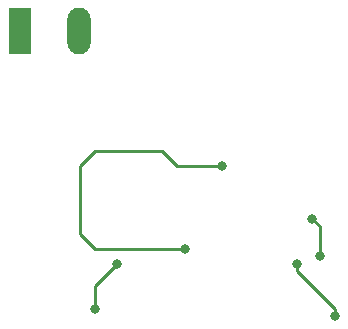
<source format=gbr>
G04 #@! TF.GenerationSoftware,KiCad,Pcbnew,(5.1.0-838-gcbea5149c)*
G04 #@! TF.CreationDate,2019-07-14T10:46:31-04:00*
G04 #@! TF.ProjectId,555BlinkingLED,35353542-6c69-46e6-9b69-6e674c45442e,rev?*
G04 #@! TF.SameCoordinates,Original*
G04 #@! TF.FileFunction,Copper,L2,Bot*
G04 #@! TF.FilePolarity,Positive*
%FSLAX46Y46*%
G04 Gerber Fmt 4.6, Leading zero omitted, Abs format (unit mm)*
G04 Created by KiCad (PCBNEW (5.1.0-838-gcbea5149c)) date 2019-07-14 10:46:31*
%MOMM*%
%LPD*%
G04 APERTURE LIST*
%ADD10R,1.980000X3.960000*%
%ADD11O,1.980000X3.960000*%
%ADD12C,0.800000*%
%ADD13C,0.250000*%
G04 APERTURE END LIST*
D10*
X26035000Y-27305000D03*
D11*
X31035000Y-27305000D03*
D12*
X43180000Y-38735000D03*
X40005000Y-45720000D03*
X51435000Y-46355000D03*
X50800000Y-43180000D03*
X52705000Y-51435000D03*
X49530000Y-46990000D03*
X32385000Y-50800000D03*
X34290000Y-46990000D03*
D13*
X43180000Y-38735000D02*
X39370000Y-38735000D01*
X39370000Y-38735000D02*
X38100000Y-37465000D01*
X38100000Y-37465000D02*
X32385000Y-37465000D01*
X32385000Y-37465000D02*
X31115000Y-38735000D01*
X31115000Y-38735000D02*
X31115000Y-44450000D01*
X31115000Y-44450000D02*
X32385000Y-45720000D01*
X32385000Y-45720000D02*
X40005000Y-45720000D01*
X40005000Y-45720000D02*
X40005000Y-45720000D01*
X51435000Y-46355000D02*
X51435000Y-43815000D01*
X51435000Y-43815000D02*
X50800000Y-43180000D01*
X50800000Y-43180000D02*
X50800000Y-43180000D01*
X52705000Y-51435000D02*
X52705000Y-50800000D01*
X52705000Y-50800000D02*
X49530000Y-47625000D01*
X49530000Y-47625000D02*
X49530000Y-46990000D01*
X49530000Y-46990000D02*
X49530000Y-46990000D01*
X32385000Y-50800000D02*
X32385000Y-48895000D01*
X32385000Y-48895000D02*
X34290000Y-46990000D01*
X34290000Y-46990000D02*
X34290000Y-46990000D01*
M02*

</source>
